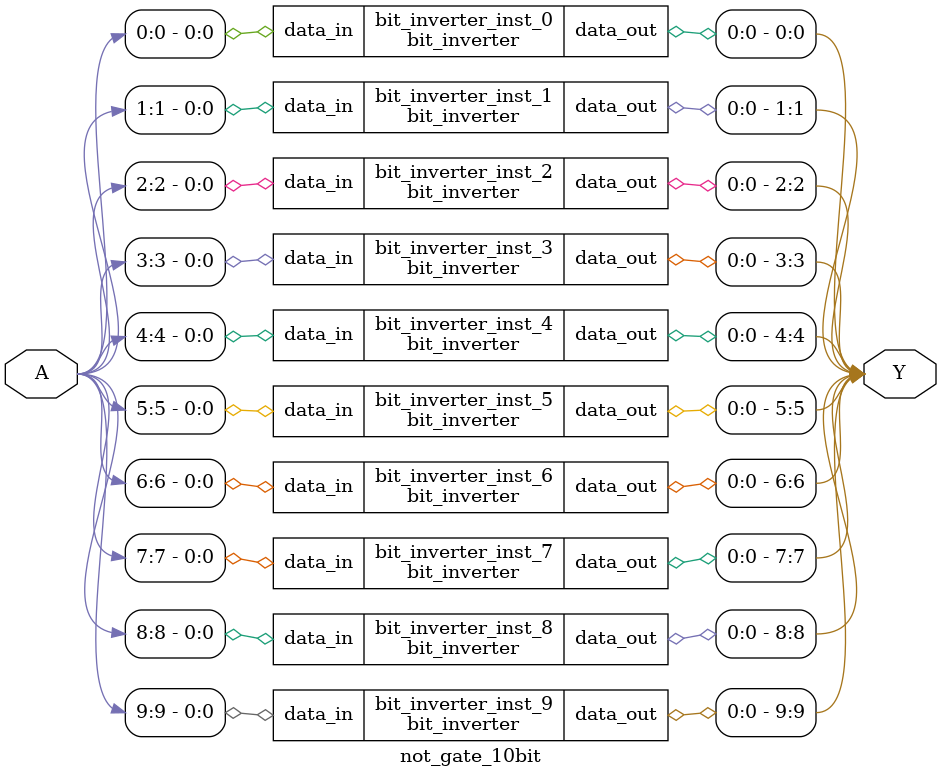
<source format=sv>
module bit_inverter (
    input wire data_in,
    output wire data_out
);
    assign data_out = ~data_in;
endmodule

module not_gate_10bit (
    input wire [9:0] A,
    output wire [9:0] Y
);

    // Instantiate 10 single-bit inverters
    bit_inverter bit_inverter_inst_0 (
        .data_in  (A[0]),
        .data_out (Y[0])
    );
    bit_inverter bit_inverter_inst_1 (
        .data_in  (A[1]),
        .data_out (Y[1])
    );
    bit_inverter bit_inverter_inst_2 (
        .data_in  (A[2]),
        .data_out (Y[2])
    );
    bit_inverter bit_inverter_inst_3 (
        .data_in  (A[3]),
        .data_out (Y[3])
    );
    bit_inverter bit_inverter_inst_4 (
        .data_in  (A[4]),
        .data_out (Y[4])
    );
    bit_inverter bit_inverter_inst_5 (
        .data_in  (A[5]),
        .data_out (Y[5])
    );
    bit_inverter bit_inverter_inst_6 (
        .data_in  (A[6]),
        .data_out (Y[6])
    );
    bit_inverter bit_inverter_inst_7 (
        .data_in  (A[7]),
        .data_out (Y[7])
    );
    bit_inverter bit_inverter_inst_8 (
        .data_in  (A[8]),
        .data_out (Y[8])
    );
    bit_inverter bit_inverter_inst_9 (
        .data_in  (A[9]),
        .data_out (Y[9])
    );

endmodule
</source>
